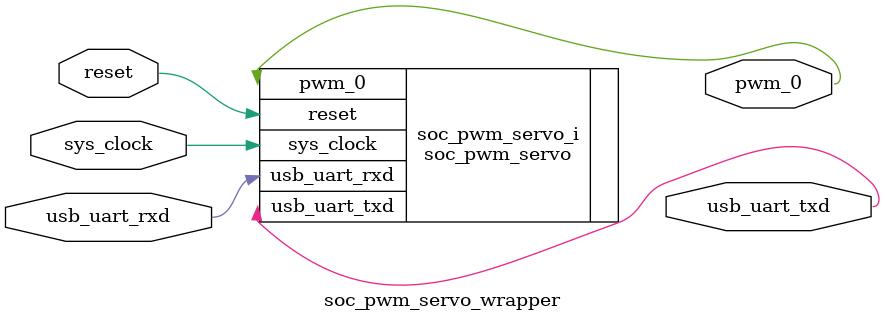
<source format=v>
`timescale 1 ps / 1 ps

module soc_pwm_servo_wrapper
   (pwm_0,
    reset,
    sys_clock,
    usb_uart_rxd,
    usb_uart_txd);
  output pwm_0;
  input reset;
  input sys_clock;
  input usb_uart_rxd;
  output usb_uart_txd;

  wire pwm_0;
  wire reset;
  wire sys_clock;
  wire usb_uart_rxd;
  wire usb_uart_txd;

  soc_pwm_servo soc_pwm_servo_i
       (.pwm_0(pwm_0),
        .reset(reset),
        .sys_clock(sys_clock),
        .usb_uart_rxd(usb_uart_rxd),
        .usb_uart_txd(usb_uart_txd));
endmodule

</source>
